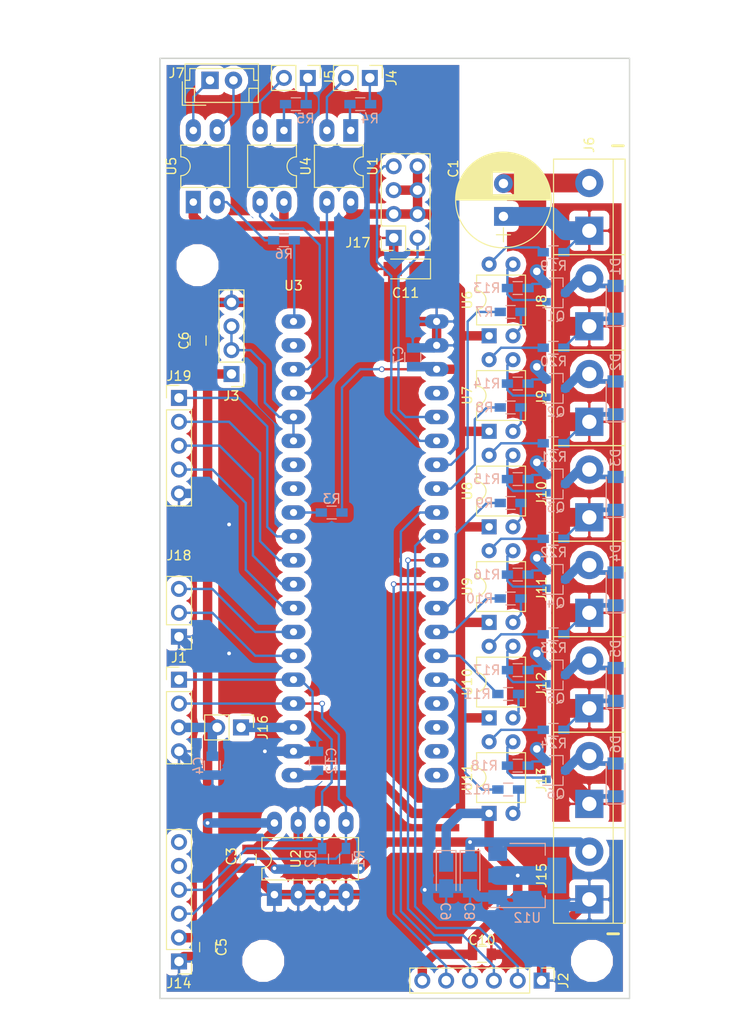
<source format=kicad_pcb>
(kicad_pcb (version 20221018) (generator pcbnew)
  (layers (0 "F.Cu" signal) (31 "B.Cu" signal) (34 "B.Paste" user) (35 "F.Paste" user) (36 "B.SilkS" user "B.Silkscreen") (37 "F.SilkS" user "F.Silkscreen") (38 "B.Mask" user) (39 "F.Mask" user) (44 "Edge.Cuts" user))
  (net 0 "")
  (net 1 "/EEPROM/SCL")
  (net 2 "/EEPROM/SDA")
  (net 3 "+5V")
  (net 4 "GND")
  (net 5 "+3V3")
  (net 6 "/MCU/MISO")
  (net 7 "/MCU/SCK")
  (net 8 "/MCU/MOSI")
  (net 9 "/MCU/CS")
  (net 10 "Net-(J3-Pad2)")
  (net 11 "Net-(J4-Pad1)")
  (net 12 "Net-(J4-Pad2)")
  (net 13 "Net-(J5-Pad1)")
  (net 14 "Net-(J5-Pad2)")
  (net 15 "Net-(R4-Pad1)")
  (net 16 "Net-(R5-Pad1)")
  (net 17 "/MCU/LOOP_I")
  (net 18 "/MCU/LOOP_O")
  (net 19 "+12V")
  (net 20 "Net-(J7-Pad1)")
  (net 21 "Net-(J7-Pad2)")
  (net 22 "Net-(Q2-Pad1)")
  (net 23 "Net-(Q3-Pad1)")
  (net 24 "Net-(Q4-Pad1)")
  (net 25 "Net-(Q5-Pad1)")
  (net 26 "Net-(Q6-Pad1)")
  (net 27 "/MCU/OPEN")
  (net 28 "Net-(R6-Pad2)")
  (net 29 "Net-(R7-Pad1)")
  (net 30 "/MCU/OR")
  (net 31 "Net-(R8-Pad1)")
  (net 32 "/MCU/OY")
  (net 33 "Net-(R9-Pad1)")
  (net 34 "/MCU/OG")
  (net 35 "Net-(R10-Pad1)")
  (net 36 "/MCU/IR")
  (net 37 "Net-(R11-Pad1)")
  (net 38 "/MCU/IY")
  (net 39 "Net-(R12-Pad1)")
  (net 40 "/MCU/IG")
  (net 41 "Net-(Q1-Pad1)")
  (net 42 "GNDPWR")
  (net 43 "Net-(R19-Pad1)")
  (net 44 "Net-(R20-Pad1)")
  (net 45 "Net-(R21-Pad1)")
  (net 46 "Net-(R22-Pad1)")
  (net 47 "Net-(R23-Pad1)")
  (net 48 "Net-(R24-Pad1)")
  (net 49 "Net-(J16-Pad1)")
  (net 50 "/MCU/ESP_TX")
  (net 51 "/MCU/ESP_RX")
  (net 52 "/MCU/RX1")
  (net 53 "/MCU/TX1")
  (net 54 "/MCU/BTN1")
  (net 55 "/MCU/BTN2")
  (net 56 "/MCU/BTN3")
  (net 57 "/MCU/BTN4")
  (net 58 "Net-(D1-Pad2)")
  (net 59 "Net-(D2-Pad2)")
  (net 60 "Net-(D3-Pad2)")
  (net 61 "Net-(D4-Pad2)")
  (net 62 "Net-(D5-Pad2)")
  (net 63 "Net-(D6-Pad2)")
  (net 64 "/MCU/USB+")
  (footprint "Pin_Headers:Pin_Header_Straight_1x04_Pitch2.54mm" (layer "F.Cu") (at 97.028 101.092)
    (fp_text reference "J1")
    (fp_text value "LCD")
  )
  (footprint "Pin_Headers:Pin_Header_Straight_1x06_Pitch2.54mm" (layer "F.Cu") (at 135.636 133.096 -90)
    (fp_text reference "J2")
    (fp_text value "SD Card")
  )
  (footprint "Housings_DIP:DIP-8_W7.62mm_LongPads" (layer "F.Cu") (at 107.188 123.952 90)
    (fp_text reference "U2")
    (fp_text value "24LC512")
  )
  (footprint "bluepill:bluepill" (layer "F.Cu") (at 116.84 85.852)
    (fp_text reference "U3")
    (fp_text value "bluepill")
  )
  (footprint "Pin_Headers:Pin_Header_Straight_1x04_Pitch2.54mm" (layer "F.Cu") (at 102.616 68.58 180)
    (fp_text reference "J3")
    (fp_text value "Radio")
  )
  (footprint "Pin_Headers:Pin_Header_Straight_1x06_Pitch2.54mm" (layer "F.Cu") (at 97.028 131.064 180)
    (fp_text reference "J14")
    (fp_text value "RTC")
  )
  (footprint "TerminalBlock:TerminalBlock_bornier-2_P5.08mm" (layer "F.Cu") (at 140.716 124.46 90)
    (fp_text reference "J15")
    (fp_text value "+5V")
  )
  (footprint "Pin_Headers:Pin_Header_Straight_1x02_Pitch2.54mm" (layer "F.Cu") (at 103.632 106.172 -90)
    (fp_text reference "J16")
    (fp_text value "Conn_01x02_Male")
  )
  (footprint "Housings_DIP:DIP-4_W7.62mm_LongPads" (layer "F.Cu") (at 115.316 42.672 -90)
    (fp_text reference "U1")
    (fp_text value "PC817")
  )
  (footprint "Housings_DIP:DIP-4_W7.62mm_LongPads" (layer "F.Cu") (at 108.204 42.672 -90)
    (fp_text reference "U4")
    (fp_text value "PC817")
  )
  (footprint "Socket_Strips:Socket_Strip_Straight_2x04_Pitch2.54mm" (layer "F.Cu") (at 119.888 54.102 180)
    (fp_text reference "J17")
    (fp_text value "ESP-01")
  )
  (footprint "Capacitors_SMD:C_0805" (layer "F.Cu") (at 104.394 120.142 -90)
    (fp_text reference "C3")
    (fp_text value "100n")
  )
  (footprint "Capacitors_SMD:C_0805" (layer "F.Cu") (at 100.076 129.54 -90)
    (fp_text reference "C5")
    (fp_text value "100n")
  )
  (footprint "Capacitors_SMD:C_0805" (layer "F.Cu") (at 99.06 65.024 90)
    (fp_text reference "C6")
    (fp_text value "100n")
  )
  (footprint "Capacitors_SMD:C_0805" (layer "F.Cu") (at 129.286 130.302)
    (fp_text reference "C10")
    (fp_text value "100n")
  )
  (footprint "Capacitors_Tantalum_SMD:CP_Tantalum_Case-A_EIA-3216-18_Reflow" (layer "F.Cu") (at 121.158 57.404 180)
    (fp_text reference "C11")
    (fp_text value "10u")
  )
  (footprint "Pin_Headers:Pin_Header_Straight_1x05_Pitch2.54mm" (layer "F.Cu") (at 97.028 71.12)
    (fp_text reference "J19")
    (fp_text value "Buttons")
  )
  (footprint "Mounting_Holes:MountingHole_3.2mm_M3" (layer "F.Cu") (at 141 39)
    (fp_text reference "REF**" hide)
    (fp_text value "MountingHole_3.2mm_M3" hide)
  )
  (footprint "Mounting_Holes:MountingHole_3.2mm_M3" (layer "F.Cu") (at 141 131)
    (fp_text reference "REF**" hide)
    (fp_text value "MountingHole_3.2mm_M3" hide)
  )
  (footprint "Housings_DIP:DIP-4_W7.62mm_LongPads" (layer "F.Cu") (at 98.552 50.292 90)
    (fp_text reference "U5")
    (fp_text value "PC817")
  )
  (footprint "Pin_Headers:Pin_Header_Straight_1x02_Pitch2.54mm" (layer "F.Cu") (at 117.348 37.084 -90)
    (fp_text reference "J4")
    (fp_text value "Outer")
  )
  (footprint "Pin_Headers:Pin_Header_Straight_1x02_Pitch2.54mm" (layer "F.Cu") (at 110.744 37.084 -90)
    (fp_text reference "J5")
    (fp_text value "Inner")
  )
  (footprint "Capacitors_THT:CP_Radial_D10.0mm_P3.50mm" (layer "F.Cu") (at 131.572 51.816 90)
    (fp_text reference "C1")
    (fp_text value "220u")
  )
  (footprint "TerminalBlock:TerminalBlock_bornier-2_P5.08mm" (layer "F.Cu") (at 140.716 53.34 90)
    (fp_text reference "J6")
    (fp_text value "LED Power")
  )
  (footprint "Connectors_JST:JST_EH_B02B-EH-A_02x2.50mm_Straight" (layer "F.Cu") (at 100.33 37.338)
    (fp_text reference "J7")
    (fp_text value "Open")
  )
  (footprint "TerminalBlock:TerminalBlock_bornier-2_P5.08mm" (layer "F.Cu") (at 140.716 63.5 90)
    (fp_text reference "J8")
    (fp_text value "S1")
  )
  (footprint "TerminalBlock:TerminalBlock_bornier-2_P5.08mm" (layer "F.Cu") (at 140.716 73.66 90)
    (fp_text reference "J9")
    (fp_text value "S2")
  )
  (footprint "TerminalBlock:TerminalBlock_bornier-2_P5.08mm" (layer "F.Cu") (at 140.716 83.82 90)
    (fp_text reference "J10")
    (fp_text value "S3")
  )
  (footprint "TerminalBlock:TerminalBlock_bornier-2_P5.08mm" (layer "F.Cu") (at 140.716 93.98 90)
    (fp_text reference "J11")
    (fp_text value "S4")
  )
  (footprint "TerminalBlock:TerminalBlock_bornier-2_P5.08mm" (layer "F.Cu") (at 140.716 104.14 90)
    (fp_text reference "J12")
    (fp_text value "S5")
  )
  (footprint "TerminalBlock:TerminalBlock_bornier-2_P5.08mm" (layer "F.Cu") (at 140.716 114.3 90)
    (fp_text reference "J13")
    (fp_text value "S6")
  )
  (footprint "Housings_DIP:DIP-4_W7.62mm" (layer "F.Cu") (at 130.048 64.516 90)
    (fp_text reference "U6")
    (fp_text value "PC817")
  )
  (footprint "Housings_DIP:DIP-4_W7.62mm" (layer "F.Cu") (at 130.048 74.676 90)
    (fp_text reference "U7")
    (fp_text value "PC817")
  )
  (footprint "Housings_DIP:DIP-4_W7.62mm" (layer "F.Cu") (at 130.048 84.836 90)
    (fp_text reference "U8")
    (fp_text value "PC817")
  )
  (footprint "Housings_DIP:DIP-4_W7.62mm" (layer "F.Cu") (at 130.048 94.996 90)
    (fp_text reference "U9")
    (fp_text value "PC817")
  )
  (footprint "Housings_DIP:DIP-4_W7.62mm" (layer "F.Cu") (at 130.048 105.156 90)
    (fp_text reference "U10")
    (fp_text value "PC817")
  )
  (footprint "Housings_DIP:DIP-4_W7.62mm" (layer "F.Cu") (at 130.048 115.316 90)
    (fp_text reference "U11")
    (fp_text value "PC817")
  )
  (footprint "Pin_Headers:Pin_Header_Straight_1x03_Pitch2.54mm" (layer "F.Cu") (at 97.028 96.52 180)
    (fp_text reference "J18")
    (fp_text value "USART1")
  )
  (footprint "Mounting_Holes:MountingHole_3.2mm_M3" (layer "F.Cu") (at 106 131)
    (fp_text reference "REF**" hide)
    (fp_text value "MountingHole_3.2mm_M3" hide)
  )
  (footprint "Mounting_Holes:MountingHole_3.2mm_M3" (layer "F.Cu") (at 99 57)
    (fp_text reference "REF**" hide)
    (fp_text value "MountingHole_3.2mm_M3" hide)
  )
  (footprint "Resistors_SMD:R_0603_HandSoldering" (layer "B.Cu") (at 114.808 120.142 90)
    (fp_text reference "R1")
    (fp_text value "4.7k")
  )
  (footprint "Resistors_SMD:R_0603_HandSoldering" (layer "B.Cu") (at 112.268 120.142 90)
    (fp_text reference "R2")
    (fp_text value "4.7k")
  )
  (footprint "Resistors_SMD:R_0603_HandSoldering" (layer "B.Cu") (at 116.332 39.878)
    (fp_text reference "R4")
    (fp_text value "470")
  )
  (footprint "Resistors_SMD:R_0603_HandSoldering" (layer "B.Cu") (at 109.474 39.878)
    (fp_text reference "R5")
    (fp_text value "470")
  )
  (footprint "TO_SOT_Packages_SMD:SOT-223" (layer "B.Cu") (at 134.112 121.92)
    (fp_text reference "U12")
    (fp_text value "LM1117-3.3")
  )
  (footprint "Capacitors_SMD:C_0805" (layer "B.Cu") (at 100.584 110.236 -90)
    (fp_text reference "C4")
    (fp_text value "100n")
  )
  (footprint "Capacitors_SMD:C_0805" (layer "B.Cu") (at 121.92 66.802 90)
    (fp_text reference "C7")
    (fp_text value "100n")
  )
  (footprint "Capacitors_Tantalum_SMD:CP_Tantalum_Case-A_EIA-3216-18_Reflow" (layer "B.Cu") (at 128.016 121.92 -90)
    (fp_text reference "C8")
    (fp_text value "10u")
  )
  (footprint "Capacitors_Tantalum_SMD:CP_Tantalum_Case-A_EIA-3216-18_Reflow" (layer "B.Cu") (at 125.476 121.92 -90)
    (fp_text reference "C9")
    (fp_text value "10u")
  )
  (footprint "Capacitors_SMD:C_0805" (layer "B.Cu") (at 111.76 109.728 90)
    (fp_text reference "C12")
    (fp_text value "100n")
  )
  (footprint "Diodes_SMD:D_MiniMELF" (layer "B.Cu") (at 143.51 60.96 90)
    (fp_text reference "D1")
    (fp_text value "1N4148")
  )
  (footprint "Diodes_SMD:D_MiniMELF" (layer "B.Cu") (at 143.51 71.12 90)
    (fp_text reference "D2")
    (fp_text value "1N4148")
  )
  (footprint "Diodes_SMD:D_MiniMELF" (layer "B.Cu") (at 143.51 81.28 90)
    (fp_text reference "D3")
    (fp_text value "1N4148")
  )
  (footprint "Diodes_SMD:D_MiniMELF" (layer "B.Cu") (at 143.51 91.44 90)
    (fp_text reference "D4")
    (fp_text value "1N4148")
  )
  (footprint "Diodes_SMD:D_MiniMELF" (layer "B.Cu") (at 143.51 101.6 90)
    (fp_text reference "D5")
    (fp_text value "1N4148")
  )
  (footprint "Diodes_SMD:D_MiniMELF" (layer "B.Cu") (at 143.51 111.76 90)
    (fp_text reference "D6")
    (fp_text value "1N4148")
  )
  (footprint "Resistors_SMD:R_0603_HandSoldering" (layer "B.Cu") (at 113.284 83.312 180)
    (fp_text reference "R3")
    (fp_text value "1.8k")
  )
  (footprint "TO_SOT_Packages_SMD:SOT-23" (layer "B.Cu") (at 137.16 59.944)
    (fp_text reference "Q1")
    (fp_text value "IRLML2502")
  )
  (footprint "TO_SOT_Packages_SMD:SOT-23" (layer "B.Cu") (at 137.16 70.104)
    (fp_text reference "Q2")
    (fp_text value "IRLML2502")
  )
  (footprint "TO_SOT_Packages_SMD:SOT-23" (layer "B.Cu") (at 137.16 80.264)
    (fp_text reference "Q3")
    (fp_text value "IRLML2502")
  )
  (footprint "TO_SOT_Packages_SMD:SOT-23" (layer "B.Cu") (at 137.16 90.424)
    (fp_text reference "Q4")
    (fp_text value "IRLML2502")
  )
  (footprint "TO_SOT_Packages_SMD:SOT-23" (layer "B.Cu") (at 137.16 100.584)
    (fp_text reference "Q5")
    (fp_text value "IRLML2502")
  )
  (footprint "TO_SOT_Packages_SMD:SOT-23" (layer "B.Cu") (at 137.16 110.744)
    (fp_text reference "Q6")
    (fp_text value "IRLML2502")
  )
  (footprint "Resistors_SMD:R_0603_HandSoldering" (layer "B.Cu") (at 108.204 54.356)
    (fp_text reference "R6")
    (fp_text value "470")
  )
  (footprint "Resistors_SMD:R_0603_HandSoldering" (layer "B.Cu") (at 132.334 61.976)
    (fp_text reference "R7")
    (fp_text value "470")
  )
  (footprint "Resistors_SMD:R_0603_HandSoldering" (layer "B.Cu") (at 132.334 72.136)
    (fp_text reference "R8")
    (fp_text value "470")
  )
  (footprint "Resistors_SMD:R_0603_HandSoldering" (layer "B.Cu") (at 132.334 82.296)
    (fp_text reference "R9")
    (fp_text value "470")
  )
  (footprint "Resistors_SMD:R_0603_HandSoldering" (layer "B.Cu") (at 132.334 92.456)
    (fp_text reference "R10")
    (fp_text value "470")
  )
  (footprint "Resistors_SMD:R_0603_HandSoldering" (layer "B.Cu") (at 132.08 102.616)
    (fp_text reference "R11")
    (fp_text value "470")
  )
  (footprint "Resistors_SMD:R_0603_HandSoldering" (layer "B.Cu") (at 132.08 112.776)
    (fp_text reference "R12")
    (fp_text value "470")
  )
  (footprint "Resistors_SMD:R_0603_HandSoldering" (layer "B.Cu") (at 133.096 59.436)
    (fp_text reference "R13")
    (fp_text value "4.7k")
  )
  (footprint "Resistors_SMD:R_0603_HandSoldering" (layer "B.Cu") (at 133.096 69.596)
    (fp_text reference "R14")
    (fp_text value "4.7k")
  )
  (footprint "Resistors_SMD:R_0603_HandSoldering" (layer "B.Cu") (at 133.096 79.756)
    (fp_text reference "R15")
    (fp_text value "4.7k")
  )
  (footprint "Resistors_SMD:R_0603_HandSoldering" (layer "B.Cu") (at 133.096 89.916)
    (fp_text reference "R16")
    (fp_text value "4.7k")
  )
  (footprint "Resistors_SMD:R_0603_HandSoldering" (layer "B.Cu") (at 133.096 100.076)
    (fp_text reference "R17")
    (fp_text value "4.7k")
  )
  (footprint "Resistors_SMD:R_0603_HandSoldering" (layer "B.Cu") (at 133.096 110.236)
    (fp_text reference "R18")
    (fp_text value "4.7k")
  )
  (footprint "Resistors_SMD:R_0603_HandSoldering" (layer "B.Cu") (at 136.906 55.626)
    (fp_text reference "R19")
    (fp_text value "4.7k")
  )
  (footprint "Resistors_SMD:R_0603_HandSoldering" (layer "B.Cu") (at 136.906 65.786)
    (fp_text reference "R20")
    (fp_text value "4.7k")
  )
  (footprint "Resistors_SMD:R_0603_HandSoldering" (layer "B.Cu") (at 136.906 75.946)
    (fp_text reference "R21")
    (fp_text value "4.7k")
  )
  (footprint "Resistors_SMD:R_0603_HandSoldering" (layer "B.Cu") (at 136.906 86.106)
    (fp_text reference "R22")
    (fp_text value "4.7k")
  )
  (footprint "Resistors_SMD:R_0603_HandSoldering" (layer "B.Cu") (at 136.906 96.266)
    (fp_text reference "R23")
    (fp_text value "4.7k")
  )
  (footprint "Resistors_SMD:R_0603_HandSoldering" (layer "B.Cu") (at 136.906 106.426)
    (fp_text reference "R24")
    (fp_text value "4.7k")
  )
  (gr_line (start 95 135) (end 145 135) (stroke (width 0.15)) (layer "Edge.Cuts"))
  (gr_line (start 145 135) (end 145 35) (stroke (width 0.15)) (layer "Edge.Cuts"))
  (gr_line (start 95 35) (end 145 35) (stroke (width 0.15)) (layer "Edge.Cuts"))
  (gr_line (start 95 35) (end 95 135) (stroke (width 0.15)) (layer "Edge.Cuts"))
  (gr_text "-\n" (at 143.764 44.196) (layer "F.SilkS") (effects (font (size 1.5 1.5) (thickness 0.3))))
  (gr_text "-\n" (at 143.256 128.016) (layer "F.SilkS") (effects (font (size 1.5 1.5) (thickness 0.3))))
  (segment (start 112.268 113.03) (end 113.284 112.014) (width 0.254) (layer "B.Cu") (net 1))
  (segment (start 113.284 112.014) (end 113.284 107.442) (width 0.254) (layer "B.Cu") (net 1))
  (segment (start 113.284 107.442) (end 111.252 105.41) (width 0.254) (layer "B.Cu") (net 1))
  (segment (start 111.252 105.41) (end 111.252 102.362) (width 0.254) (layer "B.Cu") (net 1))
  (segment (start 109.982 101.092) (end 109.22 101.092) (width 0.254) (layer "B.Cu") (net 1))
  (segment (start 104.224 119.042) (end 99.822 123.444) (width 0.254) (layer "B.Cu") (net 1))
  (segment (start 99.822 123.444) (end 97.028 123.444) (width 0.254) (layer "B.Cu") (net 1))
  (segment (start 112.268 113.03) (end 112.268 116.332) (width 0.254) (layer "B.Cu") (net 1))
  (segment (start 112.268 119.042) (end 112.268 116.332) (width 0.254) (layer "B.Cu") (net 1))
  (segment (start 109.982 101.092) (end 111.252 102.362) (width 0.254) (layer "B.Cu") (net 1))
  (segment (start 97.028 101.092) (end 109.22 101.092) (width 0.254) (layer "B.Cu") (net 1))
  (segment (start 112.268 119.042) (end 104.224 119.042) (width 0.254) (layer "B.Cu") (net 1))
  (segment (start 112.268 103.632) (end 109.22 103.632) (width 0.254) (layer "F.Cu") (net 2))
  (via (at 112.268 103.632) (size 0.6) (drill 0.4) (layers "F.Cu" "B.Cu") (net 2))
  (segment (start 114.808 114.554) (end 114.046 113.792) (width 0.254) (layer "B.Cu") (net 2))
  (segment (start 114.046 113.792) (end 114.046 106.934) (width 0.254) (layer "B.Cu") (net 2))
  (segment (start 114.046 106.934) (end 112.268 105.156) (width 0.254) (layer "B.Cu") (net 2))
  (segment (start 112.268 105.156) (end 112.268 103.632) (width 0.254) (layer "B.Cu") (net 2))
  (segment (start 114.808 119.042) (end 113.708 120.142) (width 0.254) (layer "B.Cu") (net 2))
  (segment (start 113.708 120.142) (end 104.394 120.142) (width 0.254) (layer "B.Cu") (net 2))
  (segment (start 104.394 120.142) (end 98.552 125.984) (width 0.254) (layer "B.Cu") (net 2))
  (segment (start 98.552 125.984) (end 97.028 125.984) (width 0.254) (layer "B.Cu") (net 2))
  (segment (start 114.808 116.332) (end 114.808 114.554) (width 0.254) (layer "B.Cu") (net 2))
  (segment (start 114.808 116.332) (end 114.808 119.042) (width 0.254) (layer "B.Cu") (net 2))
  (segment (start 97.028 103.632) (end 109.22 103.632) (width 0.254) (layer "B.Cu") (net 2))
  (segment (start 99.06 67.564) (end 100.076 68.58) (width 1) (layer "F.Cu") (net 3))
  (segment (start 100.076 68.58) (end 102.616 68.58) (width 1) (layer "F.Cu") (net 3))
  (segment (start 100.076 105.156) (end 101.092 106.172) (width 1) (layer "F.Cu") (net 3))
  (segment (start 100.076 107.188) (end 100.076 116.332) (width 1) (layer "F.Cu") (net 3))
  (segment (start 100.076 116.332) (end 100.076 128.54) (width 1) (layer "F.Cu") (net 3))
  (segment (start 100.076 116.332) (end 100.076 116.332) (width 1) (layer "F.Cu") (net 3))
  (segment (start 105.172 119.142) (end 107.188 121.158) (width 1) (layer "F.Cu") (net 3))
  (segment (start 105.156 119.142) (end 105.172 119.142) (width 1) (layer "F.Cu") (net 3))
  (segment (start 107.188 117.11) (end 107.188 116.332) (width 1) (layer "F.Cu") (net 3))
  (segment (start 116.332 121.158) (end 119.126 118.364) (width 1) (layer "F.Cu") (net 3))
  (segment (start 119.126 118.364) (end 128.016 118.364) (width 1) (layer "F.Cu") (net 3))
  (segment (start 97.044 128.54) (end 97.028 128.524) (width 1) (layer "F.Cu") (net 3))
  (segment (start 100.076 128.54) (end 97.044 128.54) (width 1) (layer "F.Cu") (net 3))
  (segment (start 104.394 119.142) (end 105.156 119.142) (width 1) (layer "F.Cu") (net 3))
  (segment (start 101.092 106.172) (end 100.076 107.188) (width 1) (layer "F.Cu") (net 3))
  (segment (start 99.06 66.024) (end 99.06 67.564) (width 1) (layer "F.Cu") (net 3))
  (segment (start 100.076 68.58) (end 100.076 105.156) (width 1) (layer "F.Cu") (net 3))
  (segment (start 105.156 119.142) (end 107.188 117.11) (width 1) (layer "F.Cu") (net 3))
  (via (at 107.188 121.158) (size 0.6) (drill 0.4) (layers "F.Cu" "B.Cu") (net 3))
  (via (at 100.076 116.332) (size 0.6) (drill 0.4) (layers "F.Cu" "B.Cu") (net 3))
  (via (at 128.016 118.364) (size 0.6) (drill 0.4) (layers "F.Cu" "B.Cu") (net 3))
  (via (at 116.332 121.158) (size 0.6) (drill 0.4) (layers "F.Cu" "B.Cu") (net 3))
  (segment (start 130.962 118.466) (end 131.064 118.364) (width 1) (layer "B.Cu") (net 3))
  (segment (start 100.584 106.68) (end 101.092 106.172) (width 1) (layer "B.Cu") (net 3))
  (segment (start 107.272 121.242) (end 107.188 121.158) (width 0.5) (layer "B.Cu") (net 3))
  (segment (start 139.7 118.364) (end 131.064 118.364) (width 1) (layer "B.Cu") (net 3))
  (segment (start 128.016 118.364) (end 128.016 120.545) (width 1) (layer "B.Cu") (net 3))
  (segment (start 131.064 118.364) (end 128.016 118.364) (width 1) (layer "B.Cu") (net 3))
  (segment (start 116.248 121.242) (end 116.332 121.158) (width 1) (layer "B.Cu") (net 3))
  (segment (start 114.808 121.242) (end 116.248 121.242) (width 1) (layer "B.Cu") (net 3))
  (segment (start 107.188 116.332) (end 100.076 116.332) (width 1) (layer "B.Cu") (net 3))
  (segment (start 114.808 121.242) (end 112.268 121.242) (width 1) (layer "B.Cu") (net 3))
  (segment (start 100.584 109.236) (end 100.584 106.68) (width 1) (layer "B.Cu") (net 3))
  (segment (start 140.716 119.38) (end 139.7 118.364) (width 1) (layer "B.Cu") (net 3))
  (segment (start 97.028 106.172) (end 101.092 106.172) (width 1) (layer "B.Cu") (net 3))
  (segment (start 130.962 119.62) (end 130.962 118.466) (width 1) (layer "B.Cu") (net 3))
  (segment (start 107.272 121.242) (end 112.268 121.242) (width 1) (layer "B.Cu") (net 3))
  (segment (start 119.888 57.299) (end 119.783 57.404) (width 1) (layer "F.Cu") (net 4))
  (segment (start 119.783 60.855) (end 121.92 62.992) (width 1) (layer "F.Cu") (net 4))
  (segment (start 121.92 62.992) (end 124.46 62.992) (width 1) (layer "F.Cu") (net 4))
  (segment (start 102.362 84.582) (end 102.362 98.298) (width 1) (layer "F.Cu") (net 4))
  (segment (start 135.636 129.54) (end 140.716 124.46) (width 1) (layer "F.Cu") (net 4))
  (segment (start 135.636 130.302) (end 135.636 129.54) (width 1) (layer "F.Cu") (net 4))
  (segment (start 123.19 123.444) (end 122.682 123.952) (width 1) (layer "F.Cu") (net 4))
  (segment (start 122.682 123.952) (end 114.808 123.952) (width 1) (layer "F.Cu") (net 4))
  (segment (start 102.362 99.568) (end 102.362 98.298) (width 1) (layer "F.Cu") (net 4))
  (segment (start 99.06 62.484) (end 100.584 60.96) (width 1) (layer "F.Cu") (net 4))
  (segment (start 100.584 60.96) (end 102.616 60.96) (width 1) (layer "F.Cu") (net 4))
  (segment (start 119.678 60.96) (end 119.783 60.855) (width 1) (layer "F.Cu") (net 4))
  (segment (start 105.664 60.96) (end 119.678 60.96) (width 1) (layer "F.Cu") (net 4))
  (segment (start 105.156 60.96) (end 105.664 60.96) (width 1) (layer "F.Cu") (net 4))
  (segment (start 104.648 60.96) (end 105.156 60.96) (width 1) (layer "F.Cu") (net 4))
  (segment (start 104.648 71.12) (end 102.362 73.406) (width 1) (layer "F.Cu") (net 4))
  (segment (start 102.362 73.406) (end 102.362 83.312) (width 1) (layer "F.Cu") (net 4))
  (segment (start 106.172 108.712) (end 106.172 103.378) (width 1) (layer "F.Cu") (net 4))
  (segment (start 104.394 121.158) (end 107.188 123.952) (width 1) (layer "F.Cu") (net 4))
  (segment (start 102.108 129.54) (end 101.108 130.54) (width 1) (layer "F.Cu") (net 4))
  (segment (start 101.108 130.54) (end 100.076 130.54) (width 1) (layer "F.Cu") (net 4))
  (segment (start 102.108 121.142) (end 102.108 129.54) (width 1) (layer "F.Cu") (net 4))
  (segment (start 97.552 130.54) (end 97.028 131.064) (width 1) (layer "F.Cu") (net 4))
  (segment (start 102.362 83.312) (end 102.362 84.582) (width 1) (layer "F.Cu") (net 4))
  (segment (start 109.728 123.952) (end 112.268 123.952) (width 1) (layer "F.Cu") (net 4))
  (segment (start 107.188 123.952) (end 109.728 123.952) (width 1) (layer "F.Cu") (net 4))
  (segment (start 109.728 116.332) (end 109.728 123.952) (width 1) (layer "F.Cu") (net 4))
  (segment (start 135.636 133.096) (end 135.636 130.302) (width 1) (layer "F.Cu") (net 4))
  (segment (start 99.06 64.024) (end 99.06 62.484) (width 1) (layer "F.Cu") (net 4))
  (segment (start 119.783 57.404) (end 119.783 60.855) (width 1) (layer "F.Cu") (net 4))
  (segment (start 106.172 108.712) (end 102.108 112.776) (width 1) (layer "F.Cu") (net 4))
  (segment (start 104.394 121.142) (end 104.394 121.158) (width 1) (layer "F.Cu") (net 4))
  (segment (start 100.076 130.54) (end 97.552 130.54) (width 1) (layer "F.Cu") (net 4))
  (segment (start 104.648 60.96) (end 104.648 71.12) (width 1) (layer "F.Cu") (net 4))
  (segment (start 102.616 60.96) (end 104.648 60.96) (width 1) (layer "F.Cu") (net 4))
  (segment (start 112.268 123.952) (end 114.808 123.952) (width 1) (layer "F.Cu") (net 4))
  (segment (start 102.108 112.776) (end 102.108 121.142) (width 1) (layer "F.Cu") (net 4))
  (segment (start 124.46 65.532) (end 124.46 62.992) (width 1) (layer "F.Cu") (net 4))
  (segment (start 106.172 103.378) (end 102.362 99.568) (width 1) (layer "F.Cu") (net 4))
  (segment (start 104.394 121.142) (end 102.108 121.142) (width 1) (layer "F.Cu") (net 4))
  (segment (start 119.888 54.102) (end 119.888 57.299) (width 1) (layer "F.Cu") (net 4))
  (segment (start 130.286 130.302) (end 135.636 130.302) (width 1) (layer "F.Cu") (net 4))
  (via (at 106.172 108.712) (size 0.6) (drill 0.4) (layers "F.Cu" "B.Cu") (net 4))
  (via (at 123.19 123.444) (size 0.6) (drill 0.4) (layers "F.Cu" "B.Cu") (net 4))
  (via (at 102.362 98.298) (size 0.6) (drill 0.4) (layers "F.Cu" "B.Cu") (net 4))
  (via (at 102.362 84.582) (size 0.6) (drill 0.4) (layers "F.Cu" "B.Cu") (net 4))
  (segment (start 131.964 125.222) (end 135.636 125.222) (width 1) (layer "B.Cu") (net 4))
  (segment (start 139.954 125.222) (end 140.716 124.46) (width 1) (layer "B.Cu") (net 4))
  (segment (start 128.032 123.311) (end 128.016 123.295) (width 1) (layer "B.Cu") (net 4))
  (segment (start 99.06 81.28) (end 102.362 84.582) (width 1) (layer "B.Cu") (net 4))
  (segment (start 135.636 125.222) (end 139.954 125.222) (width 1) (layer "B.Cu") (net 4))
  (segment (start 123.339 123.295) (end 123.19 123.444) (width 1) (layer "B.Cu") (net 4))
  (segment (start 124.19 65.802) (end 121.92 65.802) (width 1) (layer "B.Cu") (net 4))
  (segment (start 128.016 123.295) (end 128.941 124.22) (width 1) (layer "B.Cu") (net 4))
  (segment (start 128.941 124.22) (end 130.962 124.22) (width 1) (layer "B.Cu") (net 4))
  (segment (start 99.552 111.236) (end 100.584 111.236) (width 1) (layer "B.Cu") (net 4))
  (segment (start 101.616 111.236) (end 104.14 108.712) (width 1) (layer "B.Cu") (net 4))
  (segment (start 104.14 108.712) (end 106.172 108.712) (width 1) (layer "B.Cu") (net 4))
  (segment (start 111.744 108.712) (end 111.76 108.728) (width 1) (layer "B.Cu") (net 4))
  (segment (start 106.172 108.712) (end 109.22 108.712) (width 1) (layer "B.Cu") (net 4))
  (segment (start 98.806 98.298) (end 102.362 98.298) (width 1) (layer "B.Cu") (net 4))
  (segment (start 97.028 81.28) (end 99.06 81.28) (width 1) (layer "B.Cu") (net 4))
  (segment (start 97.028 96.52) (end 98.806 98.298) (width 1) (layer "B.Cu") (net 4))
  (segment (start 109.22 108.712) (end 111.744 108.712) (width 1) (layer "B.Cu") (net 4))
  (segment (start 125.476 123.295) (end 123.339 123.295) (width 1) (layer "B.Cu") (net 4))
  (segment (start 130.962 124.22) (end 131.964 125.222) (width 1) (layer "B.Cu") (net 4))
  (segment (start 125.476 123.295) (end 128.016 123.295) (width 1) (layer "B.Cu") (net 4))
  (segment (start 97.028 108.712) (end 99.552 111.236) (width 1) (layer "B.Cu") (net 4))
  (segment (start 100.584 111.236) (end 101.616 111.236) (width 1) (layer "B.Cu") (net 4))
  (segment (start 124.46 65.532) (end 124.19 65.802) (width 1) (layer "B.Cu") (net 4))
  (segment (start 124.714 57.404) (end 122.533 57.404) (width 1) (layer "F.Cu") (net 5))
  (segment (start 124.714 52.578) (end 123.698 51.562) (width 1) (layer "F.Cu") (net 5))
  (segment (start 123.698 51.562) (end 122.428 51.562) (width 1) (layer "F.Cu") (net 5))
  (segment (start 122.936 131.572) (end 124.206 130.302) (width 1) (layer "F.Cu") (net 5))
  (segment (start 124.206 130.302) (end 128.286 130.302) (width 1) (layer "F.Cu") (net 5))
  (segment (start 128.286 128.762) (end 133.096 123.952) (width 1) (layer "F.Cu") (net 5))
  (segment (start 133.096 123.952) (end 133.096 121.92) (width 1) (layer "F.Cu") (net 5))
  (segment (start 128.778 115.316) (end 130.048 115.316) (width 1) (layer "F.Cu") (net 5))
  (segment (start 127 115.316) (end 128.778 115.316) (width 1) (layer "F.Cu") (net 5))
  (segment (start 127 59.69) (end 124.714 57.404) (width 1) (layer "F.Cu") (net 5))
  (segment (start 127 64.516) (end 127 59.69) (width 1) (layer "F.Cu") (net 5))
  (segment (start 127 74.676) (end 127 68.072) (width 1) (layer "F.Cu") (net 5))
  (segment (start 127 84.836) (end 127 74.676) (width 1) (layer "F.Cu") (net 5))
  (segment (start 127 94.996) (end 127 84.836) (width 1) (layer "F.Cu") (net 5))
  (segment (start 127 105.156) (end 127 94.996) (width 1) (layer "F.Cu") (net 5))
  (segment (start 127 68.072) (end 127 64.516) (width 1) (layer "F.Cu") (net 5))
  (segment (start 118.618 68.072) (end 124.46 68.072) (width 0.25) (layer "F.Cu") (net 5))
  (segment (start 130.048 118.872) (end 133.096 121.92) (width 1) (layer "F.Cu") (net 5))
  (segment (start 98.552 51.816) (end 99.568 52.832) (width 1) (layer "F.Cu") (net 5))
  (segment (start 99.568 52.832) (end 108.204 52.832) (width 1) (layer "F.Cu") (net 5))
  (segment (start 114.3 52.832) (end 115.57 51.562) (width 1) (layer "F.Cu") (net 5))
  (segment (start 115.57 51.562) (end 119.888 51.562) (width 1) (layer "F.Cu") (net 5))
  (segment (start 115.316 51.308) (end 115.57 51.562) (width 1) (layer "F.Cu") (net 5))
  (segment (start 108.204 52.832) (end 114.3 52.832) (width 1) (layer "F.Cu") (net 5))
  (segment (start 117.856 111.252) (end 121.92 115.316) (width 1) (layer "F.Cu") (net 5))
  (segment (start 121.92 115.316) (end 127 115.316) (width 1) (layer "F.Cu") (net 5))
  (segment (start 122.428 49.022) (end 122.428 46.482) (width 1) (layer "F.Cu") (net 5))
  (segment (start 122.936 133.096) (end 122.936 131.572) (width 1) (layer "F.Cu") (net 5))
  (segment (start 119.888 49.022) (end 122.428 49.022) (width 1) (layer "F.Cu") (net 5))
  (segment (start 122.428 51.562) (end 119.888 51.562) (width 1) (layer "F.Cu") (net 5))
  (segment (start 128.286 130.302) (end 128.286 128.762) (width 1) (layer "F.Cu") (net 5))
  (segment (start 124.46 68.072) (end 127 68.072) (width 1) (layer "F.Cu") (net 5))
  (segment (start 108.204 50.292) (end 108.204 52.832) (width 1) (layer "F.Cu") (net 5))
  (segment (start 130.048 74.676) (end 127 74.676) (width 1) (layer "F.Cu") (net 5))
  (segment (start 130.048 94.996) (end 127 94.996) (width 1) (layer "F.Cu") (net 5))
  (segment (start 127 115.316) (end 127 105.156) (width 1) (layer "F.Cu") (net 5))
  (segment (start 130.048 115.316) (end 130.048 118.872) (width 1) (layer "F.Cu") (net 5))
  (segment (start 130.048 105.156) (end 127 105.156) (width 1) (layer "F.Cu") (net 5))
  (segment (start 98.552 50.292) (end 98.552 51.816) (width 1) (layer "F.Cu") (net 5))
  (segment (start 115.316 50.292) (end 115.316 51.308) (width 1) (layer "F.Cu") (net 5))
  (segment (start 124.714 57.404) (end 124.714 52.578) (width 1) (layer "F.Cu") (net 5))
  (segment (start 130.048 84.836) (end 127 84.836) (width 1) (layer "F.Cu") (net 5))
  (segment (start 130.048 64.516) (end 127 64.516) (width 1) (layer "F.Cu") (net 5))
  (segment (start 122.428 51.562) (end 122.428 49.022) (width 1) (layer "F.Cu") (net 5))
  (segment (start 109.22 111.252) (end 117.856 111.252) (width 1) (layer "F.Cu") (net 5))
  (via (at 133.096 121.92) (size 0.6) (drill 0.4) (layers "F.Cu" "B.Cu") (net 5))
  (via (at 118.618 68.072) (size 0.6) (drill 0.4) (layers "F.Cu" "B.Cu") (net 5))
  (segment (start 133.096 121.92) (end 137.262 121.92) (width 2) (layer "B.Cu") (net 5))
  (segment (start 125.476 116.84) (end 127 115.316) (width 1) (layer "B.Cu") (net 5))
  (segment (start 127 115.316) (end 130.048 115.316) (width 1) (layer "B.Cu") (net 5))
  (segment (start 124.19 67.802) (end 121.92 67.802) (width 1) (layer "B.Cu") (net 5))
  (segment (start 114.384 70.02) (end 116.332 68.072) (width 0.25) (layer "B.Cu") (net 5))
  (segment (start 116.332 68.072) (end 118.618 68.072) (width 0.25) (layer "B.Cu") (net 5))
  (segment (start 111.236 111.252) (end 111.76 110.728) (width 1) (layer "B.Cu") (net 5))
  (segment (start 125.476 120.545) (end 125.476 116.84) (width 1) (layer "B.Cu") (net 5))
  (segment (start 130.962 121.92) (end 133.096 121.92) (width 2) (layer "B.Cu") (net 5))
  (segment (start 114.384 83.312) (end 114.384 70.02) (width 0.25) (layer "B.Cu") (net 5))
  (segment (start 124.46 68.072) (end 124.19 67.802) (width 1) (layer "B.Cu") (net 5))
  (segment (start 109.22 111.252) (end 111.236 111.252) (width 1) (layer "B.Cu") (net 5))
  (segment (start 123.19 85.852) (end 122.174 86.868) (width 0.254) (layer "B.Cu") (net 6))
  (segment (start 122.174 86.868) (end 122.174 125.222) (width 0.254) (layer "B.Cu") (net 6))
  (segment (start 122.174 125.222) (end 124.46 127.508) (width 0.254) (layer "B.Cu") (net 6))
  (segment (start 124.46 127.508) (end 129.032 127.508) (width 0.254) (layer "B.Cu") (net 6))
  (segment (start 129.032 127.508) (end 133.096 131.572) (width 0.254) (layer "B.Cu") (net 6))
  (segment (start 133.096 131.572) (end 133.096 133.096) (width 0.254) (layer "B.Cu") (net 6))
  (segment (start 124.46 85.852) (end 123.19 85.852) (width 0.254) (layer "B.Cu") (net 6))
  (segment (start 124.46 88.392) (end 121.412 88.392) (width 0.254) (layer "F.Cu") (net 7))
  (via (at 121.412 88.392) (size 0.6) (drill 0.4) (layers "F.Cu" "B.Cu") (net 7))
  (segment (start 121.412 88.392) (end 121.412 125.476) (width 0.254) (layer "B.Cu") (net 7))
  (segment (start 121.412 125.476) (end 124.206 128.27) (width 0.254) (layer "B.Cu") (net 7))
  (segment (start 124.206 128.27) (end 127.254 128.27) (width 0.254) (layer "B.Cu") (net 7))
  (segment (start 127.254 128.27) (end 130.556 131.572) (width 0.254) (layer "B.Cu") (net 7))
  (segment (start 130.556 131.572) (end 130.556 133.096) (width 0.254) (layer "B.Cu") (net 7))
  (segment (start 122.682 83.312) (end 120.65 85.344) (width 0.254) (layer "B.Cu") (net 8))
  (segment (start 120.65 85.344) (end 120.65 125.73) (width 0.254) (layer "B.Cu") (net 8))
  (segment (start 120.65 125.73) (end 123.952 129.032) (width 0.254) (layer "B.Cu") (net 8))
  (segment (start 123.952 129.032) (end 125.476 129.032) (width 0.254) (layer "B.Cu") (net 8))
  (segment (start 125.476 129.032) (end 128.016 131.572) (width 0.254) (layer "B.Cu") (net 8))
  (segment (start 128.016 131.572) (end 128.016 133.096) (width 0.254) (layer "B.Cu") (net 8))
  (segment (start 124.46 83.312) (end 122.682 83.312) (width 0.254) (layer "B.Cu") (net 8))
  (segment (start 124.46 90.932) (end 119.888 90.932) (width 0.254) (layer "F.Cu") (net 9))
  (via (at 119.888 90.932) (size 0.6) (drill 0.4) (layers "F.Cu" "B.Cu") (net 9))
  (segment (start 119.888 90.932) (end 119.888 125.984) (width 0.254) (layer "B.Cu") (net 9))
  (segment (start 119.888 125.984) (end 125.476 131.572) (width 0.254) (layer "B.Cu") (net 9))
  (segment (start 125.476 131.572) (end 125.476 133.096) (width 0.254) (layer "B.Cu") (net 9))
  (segment (start 102.616 66.04) (end 104.648 66.04) (width 0.254) (layer "B.Cu") (net 10))
  (segment (start 104.648 66.04) (end 106.172 67.564) (width 0.254) (layer "B.Cu") (net 10))
  (segment (start 106.172 67.564) (end 106.172 71.628) (width 0.254) (layer "B.Cu") (net 10))
  (segment (start 106.172 71.628) (end 107.696 73.152) (width 0.254) (layer "B.Cu") (net 10))
  (segment (start 107.696 73.152) (end 109.22 73.152) (width 0.254) (layer "B.Cu") (net 10))
  (segment (start 109.22 73.152) (end 109.22 75.692) (width 0.254) (layer "B.Cu") (net 10))
  (segment (start 102.616 63.5) (end 102.616 66.04) (width 0.254) (layer "B.Cu") (net 10))
  (segment (start 117.348 39.794) (end 117.432 39.878) (width 0.254) (layer "B.Cu") (net 11))
  (segment (start 117.348 37.084) (end 117.348 39.794) (width 0.254) (layer "B.Cu") (net 11))
  (segment (start 112.776 39.116) (end 114.808 37.084) (width 0.254) (layer "B.Cu") (net 12))
  (segment (start 112.776 42.672) (end 112.776 39.116) (width 0.254) (layer "B.Cu") (net 12))
  (segment (start 110.574 37.254) (end 110.574 39.878) (width 0.254) (layer "B.Cu") (net 13))
  (segment (start 110.744 37.084) (end 110.574 37.254) (width 0.254) (layer "B.Cu") (net 13))
  (segment (start 105.664 39.624) (end 108.204 37.084) (width 0.254) (layer "B.Cu") (net 14))
  (segment (start 105.664 42.672) (end 105.664 39.624) (width 0.254) (layer "B.Cu") (net 14))
  (segment (start 115.232 42.588) (end 115.316 42.672) (width 0.254) (layer "B.Cu") (net 15))
  (segment (start 115.232 39.878) (end 115.232 42.588) (width 0.254) (layer "B.Cu") (net 15))
  (segment (start 108.204 40.048) (end 108.204 42.672) (width 0.254) (layer "B.Cu") (net 16))
  (segment (start 108.374 39.878) (end 108.204 40.048) (width 0.254) (layer "B.Cu") (net 16))
  (segment (start 112.776 68.834) (end 110.998 70.612) (width 0.254) (layer "B.Cu") (net 17))
  (segment (start 110.998 70.612) (end 109.22 70.612) (width 0.254) (layer "B.Cu") (net 17))
  (segment (start 112.776 50.292) (end 112.776 68.834) (width 0.254) (layer "B.Cu") (net 17))
  (segment (start 110.744 68.072) (end 112.014 66.802) (width 0.254) (layer "B.Cu") (net 18))
  (segment (start 112.014 66.802) (end 112.014 54.864) (width 0.254) (layer "B.Cu") (net 18))
  (segment (start 112.014 54.864) (end 110.236 53.086) (width 0.254) (layer "B.Cu") (net 18))
  (segment (start 110.236 53.086) (end 106.934 53.086) (width 0.254) (layer "B.Cu") (net 18))
  (segment (start 106.934 53.086) (end 105.664 51.816) (width 0.254) (layer "B.Cu") (net 18))
  (segment (start 105.664 51.816) (end 105.664 50.292) (width 0.254) (layer "B.Cu") (net 18))
  (segment (start 109.22 68.072) (end 110.744 68.072) (width 0.254) (layer "B.Cu") (net 18))
  (segment (start 137.668 53.34) (end 140.716 53.34) (width 2) (layer "F.Cu") (net 19))
  (segment (start 137.668 63.5) (end 137.668 53.34) (width 2) (layer "F.Cu") (net 19))
  (segment (start 137.668 73.66) (end 137.668 63.5) (width 2) (layer "F.Cu") (net 19))
  (segment (start 137.668 83.82) (end 137.668 73.66) (width 2) (layer "F.Cu") (net 19))
  (segment (start 137.668 93.98) (end 137.668 83.82) (width 2) (layer "F.Cu") (net 19))
  (segment (start 137.668 104.14) (end 137.668 93.98) (width 2) (layer "F.Cu") (net 19))
  (segment (start 140.716 93.98) (end 137.668 93.98) (width 2) (layer "F.Cu") (net 19))
  (segment (start 140.716 63.5) (end 137.668 63.5) (width 2) (layer "F.Cu") (net 19))
  (segment (start 140.716 114.3) (end 137.668 111.252) (width 2) (layer "F.Cu") (net 19))
  (segment (start 137.668 111.252) (end 137.668 104.14) (width 2) (layer "F.Cu") (net 19))
  (segment (start 140.716 73.66) (end 137.668 73.66) (width 2) (layer "F.Cu") (net 19))
  (segment (start 140.716 104.14) (end 137.668 104.14) (width 2) (layer "F.Cu") (net 19))
  (segment (start 140.716 83.82) (end 137.668 83.82) (width 2) (layer "F.Cu") (net 19))
  (segment (start 141.506 113.51) (end 143.51 113.51) (width 0.5) (layer "B.Cu") (net 19))
  (segment (start 141.506 103.35) (end 143.51 103.35) (width 0.5) (layer "B.Cu") (net 19))
  (segment (start 141.506 93.19) (end 143.51 93.19) (width 0.5) (layer "B.Cu") (net 19))
  (segment (start 141.506 83.03) (end 143.51 83.03) (width 0.5) (layer "B.Cu") (net 19))
  (segment (start 141.506 72.87) (end 143.51 72.87) (width 0.5) (layer "B.Cu") (net 19))
  (segment (start 141.506 62.71) (end 143.51 62.71) (width 0.5) (layer "B.Cu") (net 19))
  (segment (start 140.292 53.34) (end 140.716 53.34) (width 0.25) (layer "B.Cu") (net 19))
  (segment (start 140.292 63.5) (end 140.716 63.5) (width 0.25) (layer "B.Cu") (net 19))
  (segment (start 140.292 73.66) (end 140.716 73.66) (width 0.25) (layer "B.Cu") (net 19))
  (segment (start 140.292 83.82) (end 140.716 83.82) (width 0.25) (layer "B.Cu") (net 19))
  (segment (start 140.292 93.98) (end 140.716 93.98) (width 0.25) (layer "B.Cu") (net 19))
  (segment (start 140.292 104.14) (end 140.716 104.14) (width 0.25) (layer "B.Cu") (net 19))
  (segment (start 138.176 53.34) (end 136.652 51.816) (width 2) (layer "B.Cu") (net 19))
  (segment (start 136.652 51.816) (end 131.572 51.816) (width 2) (layer "B.Cu") (net 19))
  (segment (start 140.716 83.82) (end 141.506 83.03) (width 0.5) (layer "B.Cu") (net 19))
  (segment (start 138.006 96.266) (end 140.292 93.98) (width 0.25) (layer "B.Cu") (net 19))
  (segment (start 138.006 86.106) (end 140.292 83.82) (width 0.25) (layer "B.Cu") (net 19))
  (segment (start 140.716 73.66) (end 141.506 72.87) (width 0.5) (layer "B.Cu") (net 19))
  (segment (start 140.716 53.34) (end 138.176 53.34) (width 2) (layer "B.Cu") (net 19))
  (segment (start 140.716 63.5) (end 141.506 62.71) (width 0.5) (layer "B.Cu") (net 19))
  (segment (start 140.716 114.3) (end 141.506 113.51) (width 0.5) (layer "B.Cu") (net 19))
  (segment (start 140.716 104.14) (end 141.506 103.35) (width 0.5) (layer "B.Cu") (net 19))
  (segment (start 138.006 55.626) (end 140.292 53.34) (width 0.25) (layer "B.Cu") (net 19))
  (segment (start 138.006 65.786) (end 140.292 63.5) (width 0.25) (layer "B.Cu") (net 19))
  (segment (start 138.006 75.946) (end 140.292 73.66) (width 0.25) (layer "B.Cu") (net 19))
  (segment (start 138.006 106.426) (end 140.292 104.14) (width 0.25) (layer "B.Cu") (net 19))
  (segment (start 140.716 93.98) (end 141.506 93.19) (width 0.5) (layer "B.Cu") (net 19))
  (segment (start 98.552 39.116) (end 100.33 37.338) (width 0.254) (layer "B.Cu") (net 20))
  (segment (start 98.552 42.672) (end 98.552 39.116) (width 0.254) (layer "B.Cu") (net 20))
  (segment (start 102.83 40.934) (end 102.83 37.338) (width 0.254) (layer "B.Cu") (net 21))
  (segment (start 101.092 42.672) (end 102.83 40.934) (width 0.254) (layer "B.Cu") (net 21))
  (segment (start 131.996 67.648) (end 131.996 69.596) (width 0.254) (layer "B.Cu") (net 22))
  (segment (start 131.996 70.274) (end 132.588 70.866) (width 0.25) (layer "B.Cu") (net 22))
  (segment (start 132.588 70.866) (end 135.972 70.866) (width 0.25) (layer "B.Cu") (net 22))
  (segment (start 135.972 70.866) (end 136.16 71.054) (width 0.25) (layer "B.Cu") (net 22))
  (segment (start 132.588 67.056) (end 131.996 67.648) (width 0.254) (layer "B.Cu") (net 22))
  (segment (start 131.996 69.596) (end 131.996 70.274) (width 0.25) (layer "B.Cu") (net 22))
  (segment (start 131.996 77.808) (end 131.996 79.756) (width 0.254) (layer "B.Cu") (net 23))
  (segment (start 131.996 80.434) (end 132.588 81.026) (width 0.25) (layer "B.Cu") (net 23))
  (segment (start 132.588 81.026) (end 135.972 81.026) (width 0.25) (layer "B.Cu") (net 23))
  (segment (start 135.972 81.026) (end 136.16 81.214) (width 0.25) (layer "B.Cu") (net 23))
  (segment (start 132.588 77.216) (end 131.996 77.808) (width 0.254) (layer "B.Cu") (net 23))
  (segment (start 131.996 79.756) (end 131.996 80.434) (width 0.25) (layer "B.Cu") (net 23))
  (segment (start 131.996 87.968) (end 131.996 89.916) (width 0.254) (layer "B.Cu") (net 24))
  (segment (start 131.996 90.594) (end 132.588 91.186) (width 0.25) (layer "B.Cu") (net 24))
  (segment (start 132.588 91.186) (end 135.972 91.186) (width 0.25) (layer "B.Cu") (net 24))
  (segment (start 135.972 91.186) (end 136.16 91.374) (width 0.25) (layer "B.Cu") (net 24))
  (segment (start 132.588 87.376) (end 131.996 87.968) (width 0.254) (layer "B.Cu") (net 24))
  (segment (start 131.996 89.916) (end 131.996 90.594) (width 0.25) (layer "B.Cu") (net 24))
  (segment (start 131.996 98.128) (end 131.996 100.076) (width 0.254) (layer "B.Cu") (net 25))
  (segment (start 131.996 100.754) (end 132.588 101.346) (width 0.25) (layer "B.Cu") (net 25))
  (segment (start 132.588 101.346) (end 135.972 101.346) (width 0.25) (layer "B.Cu") (net 25))
  (segment (start 135.972 101.346) (end 136.16 101.534) (width 0.25) (layer "B.Cu") (net 25))
  (segment (start 132.588 97.536) (end 131.996 98.128) (width 0.254) (layer "B.Cu") (net 25))
  (segment (start 131.996 100.076) (end 131.996 100.754) (width 0.25) (layer "B.Cu") (net 25))
  (segment (start 131.996 108.288) (end 131.996 110.236) (width 0.254) (layer "B.Cu") (net 26))
  (segment (start 135.972 111.506) (end 136.16 111.694) (width 0.25) (layer "B.Cu") (net 26))
  (segment (start 131.996 110.914) (end 132.588 111.506) (width 0.25) (layer "B.Cu") (net 26))
  (segment (start 132.588 111.506) (end 135.972 111.506) (width 0.25) (layer "B.Cu") (net 26))
  (segment (start 135.972 111.506) (end 136.16 111.694) (width 0.25) (layer "B.Cu") (net 26))
  (segment (start 132.588 107.696) (end 131.996 108.288) (width 0.254) (layer "B.Cu") (net 26))
  (segment (start 131.996 110.236) (end 131.996 110.914) (width 0.25) (layer "B.Cu") (net 26))
  (segment (start 106.172 54.356) (end 102.108 50.292) (width 0.254) (layer "B.Cu") (net 27))
  (segment (start 102.108 50.292) (end 101.092 50.292) (width 0.254) (layer "B.Cu") (net 27))
  (segment (start 107.104 54.356) (end 106.172 54.356) (width 0.254) (layer "B.Cu") (net 27))
  (segment (start 109.304 62.908) (end 109.22 62.992) (width 0.254) (layer "B.Cu") (net 28))
  (segment (start 109.304 54.356) (end 109.304 62.908) (width 0.254) (layer "B.Cu") (net 28))
  (segment (start 125.984 78.232) (end 127.762 76.454) (width 0.25) (layer "B.Cu") (net 29))
  (segment (start 127.762 76.454) (end 127.762 62.992) (width 0.25) (layer "B.Cu") (net 29))
  (segment (start 128.778 61.976) (end 131.234 61.976) (width 0.254) (layer "B.Cu") (net 29))
  (segment (start 127.762 62.992) (end 128.778 61.976) (width 0.254) (layer "B.Cu") (net 29))
  (segment (start 124.46 78.232) (end 125.984 78.232) (width 0.25) (layer "B.Cu") (net 29))
  (segment (start 124.46 78.232) (end 125.476 78.232) (width 0.25) (layer "B.Cu") (net 29))
  (segment (start 133.434 63.67) (end 133.434 61.976) (width 0.254) (layer "B.Cu") (net 30))
  (segment (start 132.588 64.516) (end 133.434 63.67) (width 0.254) (layer "B.Cu") (net 30))
  (segment (start 125.984 80.772) (end 128.524 78.232) (width 0.25) (layer "B.Cu") (net 31))
  (segment (start 128.524 78.232) (end 128.524 73.406) (width 0.25) (layer "B.Cu") (net 31))
  (segment (start 128.524 73.406) (end 129.794 72.136) (width 0.25) (layer "B.Cu") (net 31))
  (segment (start 129.794 72.136) (end 131.234 72.136) (width 0.25) (layer "B.Cu") (net 31))
  (segment (start 124.46 80.772) (end 125.984 80.772) (width 0.25) (layer "B.Cu") (net 31))
  (segment (start 133.434 73.83) (end 133.434 72.136) (width 0.254) (layer "B.Cu") (net 32))
  (segment (start 132.588 74.676) (end 133.434 73.83) (width 0.254) (layer "B.Cu") (net 32))
  (segment (start 125.476 93.472) (end 126.492 92.456) (width 0.254) (layer "B.Cu") (net 33))
  (segment (start 126.492 92.456) (end 126.492 85.598) (width 0.254) (layer "B.Cu") (net 33))
  (segment (start 126.492 85.598) (end 129.794 82.296) (width 0.254) (layer "B.Cu") (net 33))
  (segment (start 129.794 82.296) (end 131.234 82.296) (width 0.254) (layer "B.Cu") (net 33))
  (segment (start 124.46 93.472) (end 125.476 93.472) (width 0.25) (layer "B.Cu") (net 33))
  (segment (start 133.434 83.99) (end 133.434 82.296) (width 0.254) (layer "B.Cu") (net 34))
  (segment (start 132.588 84.836) (end 133.434 83.99) (width 0.254) (layer "B.Cu") (net 34))
  (segment (start 126.238 96.012) (end 129.794 92.456) (width 0.254) (layer "B.Cu") (net 35))
  (segment (start 129.794 92.456) (end 131.234 92.456) (width 0.254) (layer "B.Cu") (net 35))
  (segment (start 124.46 96.012) (end 126.238 96.012) (width 0.254) (layer "B.Cu") (net 35))
  (segment (start 133.434 94.15) (end 133.434 92.456) (width 0.254) (layer "B.Cu") (net 36))
  (segment (start 132.588 94.996) (end 133.434 94.15) (width 0.254) (layer "B.Cu") (net 36))
  (segment (start 126.916 98.552) (end 130.98 102.616) (width 0.254) (layer "B.Cu") (net 37))
  (segment (start 124.46 98.552) (end 126.916 98.552) (width 0.254) (layer "B.Cu") (net 37))
  (segment (start 133.18 104.564) (end 133.18 102.616) (width 0.254) (layer "B.Cu") (net 38))
  (segment (start 132.588 105.156) (end 133.18 104.564) (width 0.254) (layer "B.Cu") (net 38))
  (segment (start 126.238 101.092) (end 127.508 102.362) (width 0.254) (layer "B.Cu") (net 39))
  (segment (start 127.508 102.362) (end 127.508 110.998) (width 0.254) (layer "B.Cu") (net 39))
  (segment (start 127.508 110.998) (end 129.286 112.776) (width 0.254) (layer "B.Cu") (net 39))
  (segment (start 129.286 112.776) (end 130.98 112.776) (width 0.254) (layer "B.Cu") (net 39))
  (segment (start 124.46 101.092) (end 126.238 101.092) (width 0.254) (layer "B.Cu") (net 39))
  (segment (start 133.18 114.724) (end 133.18 112.776) (width 0.254) (layer "B.Cu") (net 40))
  (segment (start 132.588 115.316) (end 133.18 114.724) (width 0.254) (layer "B.Cu") (net 40))
  (segment (start 131.996 57.488) (end 131.996 59.436) (width 0.254) (layer "B.Cu") (net 41))
  (segment (start 131.996 60.114) (end 132.588 60.706) (width 0.25) (layer "B.Cu") (net 41))
  (segment (start 132.588 60.706) (end 135.972 60.706) (width 0.25) (layer "B.Cu") (net 41))
  (segment (start 135.972 60.706) (end 136.16 60.894) (width 0.25) (layer "B.Cu") (net 41))
  (segment (start 132.588 56.896) (end 131.996 57.488) (width 0.254) (layer "B.Cu") (net 41))
  (segment (start 131.996 59.436) (end 131.996 60.114) (width 0.25) (layer "B.Cu") (net 41))
  (segment (start 135.128 57.658) (end 135.128 67.818) (width 2) (layer "F.Cu") (net 42))
  (segment (start 135.128 77.978) (end 135.128 67.818) (width 2) (layer "F.Cu") (net 42))
  (segment (start 135.128 88.138) (end 135.128 77.978) (width 2) (layer "F.Cu") (net 42))
  (segment (start 135.128 98.298) (end 135.128 88.138) (width 2) (layer "F.Cu") (net 42))
  (segment (start 135.128 108.458) (end 135.128 98.298) (width 2) (layer "F.Cu") (net 42))
  (segment (start 131.628 48.26) (end 131.572 48.316) (width 2) (layer "F.Cu") (net 42))
  (segment (start 135.128 48.26) (end 131.628 48.26) (width 2) (layer "F.Cu") (net 42))
  (segment (start 135.128 57.658) (end 135.128 48.26) (width 2) (layer "F.Cu") (net 42))
  (segment (start 140.716 48.26) (end 135.128 48.26) (width 2) (layer "F.Cu") (net 42))
  (via (at 135.128 88.138) (size 1.5) (drill 0.8) (layers "F.Cu" "B.Cu") (net 42))
  (via (at 135.128 67.818) (size 1.5) (drill 0.8) (layers "F.Cu" "B.Cu") (net 42))
  (via (at 135.128 77.978) (size 1.5) (drill 0.8) (layers "F.Cu" "B.Cu") (net 42))
  (via (at 135.128 108.458) (size 1.5) (drill 0.8) (layers "F.Cu" "B.Cu") (net 42))
  (via (at 135.128 98.298) (size 1.5) (drill 0.8) (layers "F.Cu" "B.Cu") (net 42))
  (via (at 135.128 57.658) (size 1.5) (drill 0.8) (layers "F.Cu" "B.Cu") (net 42))
  (segment (start 134.638 109.794) (end 136.16 109.794) (width 0.25) (layer "B.Cu") (net 42))
  (segment (start 134.638 99.634) (end 136.16 99.634) (width 0.25) (layer "B.Cu") (net 42))
  (segment (start 134.638 89.474) (end 136.16 89.474) (width 0.25) (layer "B.Cu") (net 42))
  (segment (start 134.638 79.314) (end 136.16 79.314) (width 0.25) (layer "B.Cu") (net 42))
  (segment (start 134.638 69.154) (end 136.16 69.154) (width 0.25) (layer "B.Cu") (net 42))
  (segment (start 134.638 58.994) (end 136.16 58.994) (width 0.25) (layer "B.Cu") (net 42))
  (segment (start 135.128 57.962) (end 135.128 57.658) (width 1) (layer "B.Cu") (net 42))
  (segment (start 135.128 67.818) (end 135.128 68.122) (width 1) (layer "B.Cu") (net 42))
  (segment (start 135.128 68.122) (end 136.16 69.154) (width 1) (layer "B.Cu") (net 42))
  (segment (start 135.128 78.282) (end 135.128 77.978) (width 1) (layer "B.Cu") (net 42))
  (segment (start 135.128 88.442) (end 135.128 88.138) (width 1) (layer "B.Cu") (net 42))
  (segment (start 135.128 98.602) (end 135.128 98.298) (width 1) (layer "B.Cu") (net 42))
  (segment (start 135.128 108.762) (end 135.128 108.458) (width 1) (layer "B.Cu") (net 42))
  (segment (start 134.196 69.596) (end 134.384 69.408) (width 0.25) (layer "B.Cu") (net 42))
  (segment (start 134.196 69.596) (end 134.638 69.154) (width 0.25) (layer "B.Cu") (net 42))
  (segment (start 134.196 79.756) (end 134.638 79.314) (width 0.25) (layer "B.Cu") (net 42))
  (segment (start 134.196 110.236) (end 134.638 109.794) (width 0.25) (layer "B.Cu") (net 42))
  (segment (start 136.16 99.634) (end 135.128 98.602) (width 1) (layer "B.Cu") (net 42))
  (segment (start 136.16 89.474) (end 135.128 88.442) (width 1) (layer "B.Cu") (net 42))
  (segment (start 134.196 79.756) (end 134.384 79.568) (width 0.25) (layer "B.Cu") (net 42))
  (segment (start 134.196 59.436) (end 134.638 58.994) (width 0.25) (layer "B.Cu") (net 42))
  (segment (start 136.16 109.794) (end 135.128 108.762) (width 1) (layer "B.Cu") (net 42))
  (segment (start 134.196 89.916) (end 134.638 89.474) (width 0.25) (layer "B.Cu") (net 42))
  (segment (start 134.196 100.076) (end 134.638 99.634) (width 0.25) (layer "B.Cu") (net 42))
  (segment (start 136.16 79.314) (end 135.128 78.282) (width 1) (layer "B.Cu") (net 42))
  (segment (start 134.196 89.916) (end 134.384 89.728) (width 0.25) (layer "B.Cu") (net 42))
  (segment (start 136.16 58.994) (end 135.128 57.962) (width 1) (layer "B.Cu") (net 42))
  (segment (start 131.826 55.118) (end 135.298 55.118) (width 0.254) (layer "B.Cu") (net 43))
  (segment (start 135.298 55.118) (end 135.806 55.626) (width 0.254) (layer "B.Cu") (net 43))
  (segment (start 130.048 56.896) (end 131.826 55.118) (width 0.254) (layer "B.Cu") (net 43))
  (segment (start 131.318 65.786) (end 135.806 65.786) (width 0.254) (layer "B.Cu") (net 44))
  (segment (start 130.048 67.056) (end 131.318 65.786) (width 0.254) (layer "B.Cu") (net 44))
  (segment (start 131.318 75.946) (end 135.806 75.946) (width 0.254) (layer "B.Cu") (net 45))
  (segment (start 130.048 77.216) (end 131.318 75.946) (width 0.254) (layer "B.Cu") (net 45))
  (segment (start 131.318 86.106) (end 135.806 86.106) (width 0.254) (layer "B.Cu") (net 46))
  (segment (start 130.048 87.376) (end 131.318 86.106) (width 0.254) (layer "B.Cu") (net 46))
  (segment (start 131.318 96.266) (end 130.048 97.536) (width 0.254) (layer "B.Cu") (net 47))
  (segment (start 135.806 96.266) (end 131.318 96.266) (width 0.254) (layer "B.Cu") (net 47))
  (segment (start 131.318 106.426) (end 135.806 106.426) (width 0.254) (layer "B.Cu") (net 48))
  (segment (start 130.048 107.696) (end 131.318 106.426) (width 0.254) (layer "B.Cu") (net 48))
  (segment (start 103.632 106.172) (end 109.22 106.172) (width 1) (layer "B.Cu") (net 49))
  (segment (start 121.158 73.152) (end 120.396 72.39) (width 0.254) (layer "B.Cu") (net 50))
  (segment (start 120.396 72.39) (end 120.396 58.166) (width 0.254) (layer "B.Cu") (net 50))
  (segment (start 120.396 58.166) (end 122.428 56.134) (width 0.254) (layer "B.Cu") (net 50))
  (segment (start 122.428 56.134) (end 122.428 54.102) (width 0.254) (layer "B.Cu") (net 50))
  (segment (start 124.46 73.152) (end 121.158 73.152) (width 0.254) (layer "B.Cu") (net 50))
  (segment (start 118.872 46.482) (end 118.11 47.244) (width 0.254) (layer "B.Cu") (net 51))
  (segment (start 118.11 47.244) (end 118.11 56.642) (width 0.254) (layer "B.Cu") (net 51))
  (segment (start 118.11 56.642) (end 119.634 58.166) (width 0.254) (layer "B.Cu") (net 51))
  (segment (start 119.634 58.166) (end 119.634 72.644) (width 0.254) (layer "B.Cu") (net 51))
  (segment (start 119.634 72.644) (end 122.682 75.692) (width 0.254) (layer "B.Cu") (net 51))
  (segment (start 122.682 75.692) (end 124.46 75.692) (width 0.254) (layer "B.Cu") (net 51))
  (segment (start 119.888 46.482) (end 118.872 46.482) (width 0.254) (layer "B.Cu") (net 51))
  (segment (start 100.584 93.98) (end 105.156 98.552) (width 0.254) (layer "B.Cu") (net 52))
  (segment (start 105.156 98.552) (end 109.22 98.552) (width 0.254) (layer "B.Cu") (net 52))
  (segment (start 97.028 93.98) (end 100.584 93.98) (width 0.254) (layer "B.Cu") (net 52))
  (segment (start 100.584 91.44) (end 105.156 96.012) (width 0.254) (layer "B.Cu") (net 53))
  (segment (start 105.156 96.012) (end 109.22 96.012) (width 0.254) (layer "B.Cu") (net 53))
  (segment (start 97.028 91.44) (end 100.584 91.44) (width 0.254) (layer "B.Cu") (net 53))
  (segment (start 107.442 85.852) (end 106.426 84.836) (width 0.254) (layer "B.Cu") (net 54))
  (segment (start 106.426 84.836) (end 106.426 74.168) (width 0.254) (layer "B.Cu") (net 54))
  (segment (start 106.426 74.168) (end 103.378 71.12) (width 0.254) (layer "B.Cu") (net 54))
  (segment (start 103.378 71.12) (end 97.028 71.12) (width 0.254) (layer "B.Cu") (net 54))
  (segment (start 109.22 85.852) (end 107.442 85.852) (width 0.254) (layer "B.Cu") (net 54))
  (segment (start 102.362 73.66) (end 105.664 76.962) (width 0.254) (layer "B.Cu") (net 55))
  (segment (start 105.664 76.962) (end 105.664 86.36) (width 0.254) (layer "B.Cu") (net 55))
  (segment (start 105.664 86.36) (end 107.696 88.392) (width 0.254) (layer "B.Cu") (net 55))
  (segment (start 107.696 88.392) (end 109.22 88.392) (width 0.254) (layer "B.Cu") (net 55))
  (segment (start 97.028 73.66) (end 102.362 73.66) (width 0.254) (layer "B.Cu") (net 55))
  (segment (start 101.346 76.2) (end 104.902 79.756) (width 0.254) (layer "B.Cu") (net 56))
  (segment (start 104.902 79.756) (end 104.902 87.884) (width 0.254) (layer "B.Cu") (net 56))
  (segment (start 104.902 87.884) (end 107.95 90.932) (width 0.254) (layer "B.Cu") (net 56))
  (segment (start 107.95 90.932) (end 109.22 90.932) (width 0.254) (layer "B.Cu") (net 56))
  (segment (start 97.028 76.2) (end 101.346 76.2) (width 0.254) (layer "B.Cu") (net 56))
  (segment (start 100.584 78.74) (end 104.14 82.296) (width 0.254) (layer "B.Cu") (net 57))
  (segment (start 104.14 82.296) (end 104.14 89.408) (width 0.254) (layer "B.Cu") (net 57))
  (segment (start 104.14 89.408) (end 108.204 93.472) (width 0.254) (layer "B.Cu") (net 57))
  (segment (start 108.204 93.472) (end 109.22 93.472) (width 0.254) (layer "B.Cu") (net 57))
  (segment (start 97.028 78.74) (end 100.584 78.74) (width 0.254) (layer "B.Cu") (net 57))
  (segment (start 141.506 59.21) (end 143.51 59.21) (width 0.5) (layer "B.Cu") (net 58))
  (segment (start 139.684 58.42) (end 140.716 58.42) (width 1) (layer "B.Cu") (net 58))
  (segment (start 140.716 58.42) (end 141.506 59.21) (width 0.5) (layer "B.Cu") (net 58))
  (segment (start 138.16 59.944) (end 139.684 58.42) (width 1) (layer "B.Cu") (net 58))
  (segment (start 141.506 69.37) (end 143.51 69.37) (width 0.5) (layer "B.Cu") (net 59))
  (segment (start 139.684 68.58) (end 140.716 68.58) (width 1) (layer "B.Cu") (net 59))
  (segment (start 138.16 70.104) (end 139.684 68.58) (width 1) (layer "B.Cu") (net 59))
  (segment (start 140.716 68.58) (end 141.506 69.37) (width 0.5) (layer "B.Cu") (net 59))
  (segment (start 141.506 79.53) (end 143.51 79.53) (width 0.5) (layer "B.Cu") (net 60))
  (segment (start 139.684 78.74) (end 140.716 78.74) (width 1) (layer "B.Cu") (net 60))
  (segment (start 138.16 80.264) (end 139.684 78.74) (width 1) (layer "B.Cu") (net 60))
  (segment (start 140.716 78.74) (end 141.506 79.53) (width 0.5) (layer "B.Cu") (net 60))
  (segment (start 141.506 89.69) (end 143.51 89.69) (width 0.5) (layer "B.Cu") (net 61))
  (segment (start 139.684 88.9) (end 140.716 88.9) (width 1) (layer "B.Cu") (net 61))
  (segment (start 138.16 90.424) (end 139.684 88.9) (width 1) (layer "B.Cu") (net 61))
  (segment (start 140.716 88.9) (end 141.506 89.69) (width 0.5) (layer "B.Cu") (net 61))
  (segment (start 141.506 99.85) (end 143.51 99.85) (width 0.5) (layer "B.Cu") (net 62))
  (segment (start 139.684 99.06) (end 140.716 99.06) (width 1) (layer "B.Cu") (net 62))
  (segment (start 138.16 100.584) (end 139.684 99.06) (width 1) (layer "B.Cu") (net 62))
  (segment (start 140.716 99.06) (end 141.506 99.85) (width 0.5) (layer "B.Cu") (net 62))
  (segment (start 141.506 110.01) (end 143.51 110.01) (width 0.5) (layer "B.Cu") (net 63))
  (segment (start 139.684 109.22) (end 140.716 109.22) (width 1) (layer "B.Cu") (net 63))
  (segment (start 140.716 109.22) (end 141.506 110.01) (width 0.5) (layer "B.Cu") (net 63))
  (segment (start 138.16 110.744) (end 139.684 109.22) (width 1) (layer "B.Cu") (net 63))
  (segment (start 109.22 83.312) (end 112.184 83.312) (width 0.254) (layer "B.Cu") (net 64))
  (zone (net 4) (net_name "GND") (layer "F.Cu") (connect_pads (clearance 0.508)) (min_thickness 0.254) (fill yes (thermal_gap 0.508) (thermal_bridge_width 0.508))
    (polygon (pts (xy 95 35) (xy 127 35) (xy 127 118) (xy 145 118) (xy 145 135) (xy 95 135)))
  )
  (zone (net 19) (net_name "+12V") (layer "F.Cu") (connect_pads (clearance 0.508)) (min_thickness 0.254) (fill yes (thermal_gap 0.508) (thermal_bridge_width 0.508))
    (polygon (pts (xy 136.652 50.292) (xy 144.272 50.292) (xy 144.272 116.332) (xy 136.652 116.332)))
  )
  (zone (net 42) (net_name "GNDPWR") (layer "F.Cu") (connect_pads (clearance 0.508)) (min_thickness 0.254) (fill yes (thermal_gap 0.508) (thermal_bridge_width 0.508))
    (polygon (pts (xy 131.826 48.768) (xy 136.144 48.768) (xy 136.144 54.356) (xy 136.144 111.252) (xy 131.826 111.252)))
  )
  (zone (net 4) (net_name "GND") (layer "B.Cu") (connect_pads (clearance 0.508)) (min_thickness 0.254) (fill yes (thermal_gap 0.508) (thermal_bridge_width 0.508))
    (polygon (pts (xy 95 35) (xy 127 35) (xy 127 118) (xy 145 118) (xy 145 135) (xy 95 135)))
  )
)
</source>
